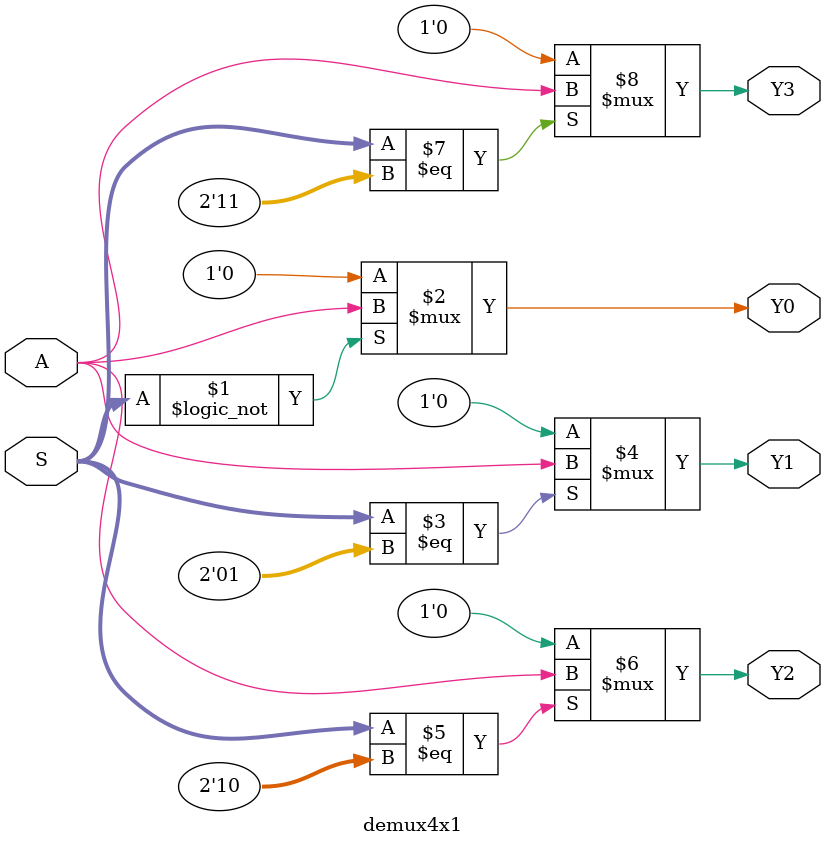
<source format=v>
module demux4x1 (
    input wire A,
    input wire[1:0] S,
    output wire Y0, Y1, Y2, Y3
);

assign Y0  = (S == 2'b00) ? A : 1'b0;
assign Y1  = (S == 2'b01) ? A : 1'b0;
assign Y2  = (S == 2'b10) ? A : 1'b0;
assign Y3  = (S == 2'b11) ? A : 1'b0;

    
endmodule
</source>
